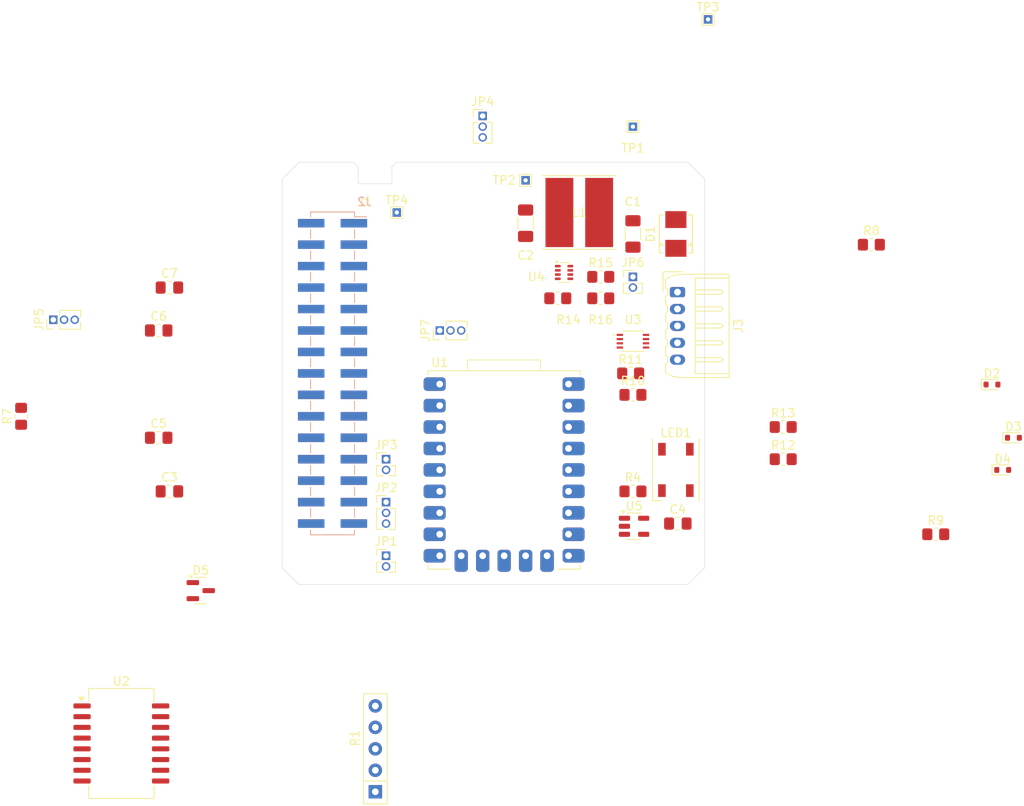
<source format=kicad_pcb>
(kicad_pcb (version 20221018) (generator pcbnew)
  (title_block (title "M5 Stack Wiegand Emulator") (rev "9"))
  (layers (0 "F.Cu" signal) (31 "B.Cu" signal) (34 "B.Paste" user) (35 "F.Paste" user) (36 "B.SilkS" user "B.Silkscreen") (37 "F.SilkS" user "F.Silkscreen") (38 "B.Mask" user) (39 "F.Mask" user) (44 "Edge.Cuts" user))
  (net 0 "")
  (net 1 "GND")
  (net 2 "/ADC1")
  (net 3 "/ADC2")
  (net 4 "/RESET")
  (net 5 "/MOSI")
  (net 6 "/DAC0")
  (net 7 "/MISO")
  (net 8 "/DAC1")
  (net 9 "/SCLK")
  (net 10 "/3V3")
  (net 11 "/RXD1")
  (net 12 "/TXD1")
  (net 13 "/RXD2")
  (net 14 "/TXD2")
  (net 15 "/SDA")
  (net 16 "/SCL")
  (net 17 "/IO6")
  (net 18 "/IO7")
  (net 19 "/IO8")
  (net 20 "/IO9")
  (net 21 "/IO10")
  (net 22 "/IO11")
  (net 23 "/HPWR")
  (net 24 "/ADC0")
  (net 25 "/5VDC")
  (net 26 "/BATTERY")
  (net 27 "/12VDC")
  (net 28 "/DI")
  (net 29 "/DO")
  (net 30 "/LED")
  (net 31 "+5V")
  (net 32 "Net-(LED1-DIN)")
  (net 33 "+3V3")
  (net 34 "Net-(U1-GP13)")
  (net 35 "Net-(U1-GP11)")
  (net 37 "VISO")
  (net 38 "Net-(U2-IND)")
  (net 39 "Net-(U2-OUTC)")
  (net 40 "Net-(U2-OUTB)")
  (net 41 "Net-(U2-OUTA)")
  (net 42 "Net-(U3-2Y)")
  (net 43 "Net-(U3-1Y)")
  (net 44 "Net-(JP7-C)")
  (net 45 "Net-(U4-FB)")
  (net 46 "+VDC")
  (net 47 "Net-(U4-SW)")
  (net 48 "Net-(D1-K)")
  (net 49 "Net-(U4-MODE)")
  (net 50 "Net-(U5-Y)")
  (net 51 "Net-(D5-COM)")
  (net 61 "Net-(JP5-C)")
  (net 62 "Net-(JP4-C)")
  (net 67 "Net-(JP1-B)")
  (net 68 "Net-(R1C-R3.2)")
  (net 69 "Net-(R1D-R4.2)")
  (net 70 "Net-(R1E-R5.2)")
  (net 72 "Net-(D1-A)")
  (footprint "uhppoted:M5 Stack 2mm mounting hole" (layer "F.Cu") (at 132.3 66.9)
    (fp_text reference "REF**" hide)
    (fp_text value "M5 Stack 2mm mounting hole" hide)
    (pad "" np_thru_hole circle (at 0 0) (size 2 2) (drill 2) (layers "F&B.Cu" "*.Mask"))
  )
  (footprint "TestPoint:TestPoint_THTPad_1.0x1.0mm_Drill0.5mm" (layer "F.Cu") (at 139.7 46.99)
    (fp_text reference "TP3" (at 0 -1.448) (layer "F.SilkS"))
    (fp_text value "TestPoint" hide)
    (pad "1" thru_hole rect (at 0 0) (size 1 1) (drill 0.5) (layers "*.Cu" "*.Mask") (net 1 "GND"))
  )
  (footprint "Resistor_THT:R_Array_SIP5" (layer "F.Cu") (at 100.33 138.43 90)
    (fp_text reference "R1" (at 6.35 -2.4 90) (layer "F.SilkS"))
    (fp_text value "10k" hide)
    (pad "1" thru_hole rect (at 0 0 90) (size 1.6 1.6) (drill 0.8) (layers "*.Cu" "*.Mask") (net 33 "+3V3"))
    (pad "2" thru_hole oval (at 2.54 0 90) (size 1.6 1.6) (drill 0.8) (layers "*.Cu" "*.Mask") (net 62 "Net-(JP4-C)"))
    (pad "3" thru_hole oval (at 5.08 0 90) (size 1.6 1.6) (drill 0.8) (layers "*.Cu" "*.Mask") (net 61 "Net-(JP5-C)"))
    (pad "4" thru_hole oval (at 7.62 0 90) (size 1.6 1.6) (drill 0.8) (layers "*.Cu" "*.Mask") (net 68 "Net-(R1C-R3.2)"))
    (pad "5" thru_hole oval (at 10.16 0 90) (size 1.6 1.6) (drill 0.8) (layers "*.Cu" "*.Mask") (net 69 "Net-(R1D-R4.2)"))
  )
  (footprint "Package_SO:SOIC-16W_7.5x12.8mm_P1.27mm" (layer "F.Cu") (at 70.28 132.715)
    (fp_text reference "U2" (at 0 -7.35) (layer "F.SilkS"))
    (fp_text value "ISOW7841" hide)
    (pad "1" smd roundrect (at -4.65 -4.445) (size 2.05 0.6) (layers "F.Cu" "F.Paste" "F.Mask") (net 33 "+3V3"))
    (pad "2" smd roundrect (at -4.65 -3.175) (size 2.05 0.6) (layers "F.Cu" "F.Paste" "F.Mask") (net 1 "GND"))
    (pad "3" smd roundrect (at -4.65 -1.905) (size 2.05 0.6) (layers "F.Cu" "F.Paste" "F.Mask") (net 68 "Net-(R1C-R3.2)"))
    (pad "4" smd roundrect (at -4.65 -0.635) (size 2.05 0.6) (layers "F.Cu" "F.Paste" "F.Mask") (net 69 "Net-(R1D-R4.2)"))
    (pad "5" smd roundrect (at -4.65 0.635) (size 2.05 0.6) (layers "F.Cu" "F.Paste" "F.Mask") (net 34 "Net-(U1-GP13)"))
    (pad "6" smd roundrect (at -4.65 1.905) (size 2.05 0.6) (layers "F.Cu" "F.Paste" "F.Mask") (net 35 "Net-(U1-GP11)"))
    (pad "7" smd roundrect (at -4.65 3.175) (size 2.05 0.6) (layers "F.Cu" "F.Paste" "F.Mask"))
    (pad "8" smd roundrect (at -4.65 4.445) (size 2.05 0.6) (layers "F.Cu" "F.Paste" "F.Mask") (net 1 "GND"))
    (pad "9" smd roundrect (at 4.65 4.445) (size 2.05 0.6) (layers "F.Cu" "F.Paste" "F.Mask") (net 1 "GND"))
    (pad "10" smd roundrect (at 4.65 3.175) (size 2.05 0.6) (layers "F.Cu" "F.Paste" "F.Mask") (net 37 "VISO"))
    (pad "11" smd roundrect (at 4.65 1.905) (size 2.05 0.6) (layers "F.Cu" "F.Paste" "F.Mask") (net 38 "Net-(U2-IND)"))
    (pad "12" smd roundrect (at 4.65 0.635) (size 2.05 0.6) (layers "F.Cu" "F.Paste" "F.Mask") (net 39 "Net-(U2-OUTC)"))
    (pad "13" smd roundrect (at 4.65 -0.635) (size 2.05 0.6) (layers "F.Cu" "F.Paste" "F.Mask") (net 40 "Net-(U2-OUTB)"))
    (pad "14" smd roundrect (at 4.65 -1.905) (size 2.05 0.6) (layers "F.Cu" "F.Paste" "F.Mask") (net 41 "Net-(U2-OUTA)"))
    (pad "15" smd roundrect (at 4.65 -3.175) (size 2.05 0.6) (layers "F.Cu" "F.Paste" "F.Mask") (net 1 "GND"))
    (pad "16" smd roundrect (at 4.65 -4.445) (size 2.05 0.6) (layers "F.Cu" "F.Paste" "F.Mask") (net 37 "VISO"))
  )
  (footprint "uhppoted:M5 Stack 1mm reference hole" (layer "F.Cu") (at 95.25 102.87)
    (fp_text reference "REF**" hide)
    (fp_text value "M5 Stack 1mm reference hole" hide)
    (pad "" np_thru_hole circle (at 0 0) (size 1 1) (drill 1) (layers "F&B.Cu" "*.Mask"))
  )
  (footprint "Resistor_SMD:R_0805_2012Metric_Pad1.20x1.40mm_HandSolder" (layer "F.Cu") (at 130.81 91.44)
    (fp_text reference "R10" (at 0 -1.65) (layer "F.SilkS"))
    (fp_text value "470" hide)
    (pad "1" smd roundrect (at -1 0) (size 1.2 1.4) (layers "F.Cu" "F.Paste" "F.Mask") (roundrect_rratio 0.208333) (net 43 "Net-(U3-1Y)"))
    (pad "2" smd roundrect (at 1 0) (size 1.2 1.4) (layers "F.Cu" "F.Paste" "F.Mask") (roundrect_rratio 0.208333) (net 28 "/DI"))
  )
  (footprint "Connector_PinHeader_1.27mm:PinHeader_1x02_P1.27mm_Vertical" (layer "F.Cu") (at 101.6 110.49)
    (fp_text reference "JP1" (at 0 -1.695) (layer "F.SilkS"))
    (fp_text value "Jumper_2_Bridged" hide)
    (pad "1" thru_hole rect (at 0 0) (size 1 1) (drill 0.65) (layers "*.Cu" "*.Mask") (net 25 "/5VDC"))
    (pad "2" thru_hole oval (at 0 1.27) (size 1 1) (drill 0.65) (layers "*.Cu" "*.Mask") (net 67 "Net-(JP1-B)"))
  )
  (footprint "uhppoted:DIODE_DO-214BA" (layer "F.Cu") (at 135.89 72.39 90)
    (fp_text reference "D1" (at 0 -3 90) (layer "F.SilkS"))
    (fp_text value "GF1A" hide)
    (pad "1" smd rect (at -1.7 0 90) (size 2 2.5) (layers "F.Cu" "F.Paste" "F.Mask") (net 48 "Net-(D1-K)"))
    (pad "2" smd rect (at 1.7 0 90) (size 2 2.5) (layers "F.Cu" "F.Paste" "F.Mask") (net 72 "Net-(D1-A)"))
  )
  (footprint "Resistor_SMD:R_0805_2012Metric_Pad1.20x1.40mm_HandSolder" (layer "F.Cu") (at 130.81 102.87)
    (fp_text reference "R4" (at 0 -1.65) (layer "F.SilkS"))
    (fp_text value "470" hide)
    (pad "1" smd roundrect (at -1 0) (size 1.2 1.4) (layers "F.Cu" "F.Paste" "F.Mask") (roundrect_rratio 0.208333) (net 50 "Net-(U5-Y)"))
    (pad "2" smd roundrect (at 1 0) (size 1.2 1.4) (layers "F.Cu" "F.Paste" "F.Mask") (roundrect_rratio 0.208333) (net 32 "Net-(LED1-DIN)"))
  )
  (footprint "Diode_SMD:D_SOD-523" (layer "F.Cu") (at 175.83 96.52)
    (fp_text reference "D3" (at 0 -1.3) (layer "F.SilkS"))
    (fp_text value "D_TVS" hide)
    (pad "1" smd roundrect (at -0.7 0 180) (size 0.6 0.7) (layers "F.Cu" "F.Paste" "F.Mask") (net 29 "/DO"))
    (pad "2" smd roundrect (at 0.7 0 180) (size 0.6 0.7) (layers "F.Cu" "F.Paste" "F.Mask") (net 1 "GND"))
  )
  (footprint "uhppoted:M5 Stack 3.1mm mounting hole" (layer "F.Cu") (at 92.3 66.9)
    (fp_text reference "REF**" hide)
    (fp_text value "M5 Stack 3.1mm mounting hole" hide)
    (pad "" np_thru_hole circle (at 0 0) (size 3.1 3.1) (drill 3.1) (layers "F&B.Cu" "*.Mask"))
  )
  (footprint "Connector_PinHeader_1.27mm:PinHeader_1x03_P1.27mm_Vertical" (layer "F.Cu") (at 62.23 82.55 90)
    (fp_text reference "JP5" (at 0 -1.695 90) (layer "F.SilkS"))
    (fp_text value "Jumper_3_Bridged12" hide)
    (pad "1" thru_hole rect (at 0 0 90) (size 1 1) (drill 0.65) (layers "*.Cu" "*.Mask") (net 12 "/TXD1"))
    (pad "2" thru_hole oval (at 0 1.27 90) (size 1 1) (drill 0.65) (layers "*.Cu" "*.Mask") (net 61 "Net-(JP5-C)"))
    (pad "3" thru_hole oval (at 0 2.54 90) (size 1 1) (drill 0.65) (layers "*.Cu" "*.Mask") (net 14 "/TXD2"))
  )
  (footprint "uhppoted:M5 Stack 1mm reference hole" (layer "F.Cu") (at 95.25 74.93)
    (fp_text reference "REF**" hide)
    (fp_text value "M5 Stack 1mm reference hole" hide)
    (pad "" np_thru_hole circle (at 0 0) (size 1 1) (drill 1) (layers "F&B.Cu" "*.Mask"))
  )
  (footprint "uhppoted:M5 Stack 3.1mm mounting hole" (layer "F.Cu") (at 136.3 66.9)
    (fp_text reference "REF**" hide)
    (fp_text value "M5 Stack 3.1mm mounting hole" hide)
    (pad "" np_thru_hole circle (at 0 0) (size 3.1 3.1) (drill 3.1) (layers "F&B.Cu" "*.Mask"))
  )
  (footprint "Capacitor_SMD:C_0805_2012Metric_Pad1.18x1.45mm_HandSolder" (layer "F.Cu") (at 75.9675 78.74)
    (fp_text reference "C7" (at 0 -1.68) (layer "F.SilkS"))
    (fp_text value "0.1uF" hide)
    (pad "1" smd roundrect (at -1.0375 0) (size 1.175 1.45) (layers "F.Cu" "F.Paste" "F.Mask") (roundrect_rratio 0.212766) (net 37 "VISO"))
    (pad "2" smd roundrect (at 1.0375 0) (size 1.175 1.45) (layers "F.Cu" "F.Paste" "F.Mask") (roundrect_rratio 0.212766) (net 1 "GND"))
  )
  (footprint "Diode_SMD:D_SOD-523" (layer "F.Cu") (at 173.29 90.22)
    (fp_text reference "D2" (at 0 -1.3) (layer "F.SilkS"))
    (fp_text value "D_TVS" hide)
    (pad "1" smd roundrect (at -0.7 0 180) (size 0.6 0.7) (layers "F.Cu" "F.Paste" "F.Mask") (net 28 "/DI"))
    (pad "2" smd roundrect (at 0.7 0 180) (size 0.6 0.7) (layers "F.Cu" "F.Paste" "F.Mask") (net 1 "GND"))
  )
  (footprint "Capacitor_SMD:C_0805_2012Metric_Pad1.18x1.45mm_HandSolder" (layer "F.Cu") (at 74.6975 96.52)
    (fp_text reference "C5" (at 0 -1.68) (layer "F.SilkS"))
    (fp_text value "0.1uF" hide)
    (pad "1" smd roundrect (at -1.0375 0) (size 1.175 1.45) (layers "F.Cu" "F.Paste" "F.Mask") (roundrect_rratio 0.212766) (net 31 "+5V"))
    (pad "2" smd roundrect (at 1.0375 0) (size 1.175 1.45) (layers "F.Cu" "F.Paste" "F.Mask") (roundrect_rratio 0.212766) (net 1 "GND"))
  )
  (footprint "Capacitor_SMD:C_1206_3216Metric_Pad1.33x1.80mm_HandSolder" (layer "F.Cu") (at 118.11 71.12 -90)
    (fp_text reference "C2" (at 3.81 0 -180) (layer "F.SilkS"))
    (fp_text value "22uF" hide)
    (pad "1" smd roundrect (at -1.5625 0 270) (size 1.325 1.8) (layers "F.Cu" "F.Paste" "F.Mask") (roundrect_rratio 0.188679) (net 46 "+VDC"))
    (pad "2" smd roundrect (at 1.5625 0 270) (size 1.325 1.8) (layers "F.Cu" "F.Paste" "F.Mask") (roundrect_rratio 0.188679) (net 1 "GND"))
  )
  (footprint "TestPoint:TestPoint_THTPad_1.0x1.0mm_Drill0.5mm" (layer "F.Cu") (at 118.11 66.04)
    (fp_text reference "TP2" (at -2.54 0) (layer "F.SilkS"))
    (fp_text value "TestPoint" hide)
    (pad "1" thru_hole rect (at 0 0) (size 1 1) (drill 0.5) (layers "*.Cu" "*.Mask") (net 46 "+VDC"))
  )
  (footprint "uhppoted:M5 Stack 2mm mounting hole" (layer "F.Cu") (at 132.3 110.9)
    (fp_text reference "REF**" hide)
    (fp_text value "M5 Stack 2mm mounting hole" hide)
    (pad "" np_thru_hole circle (at 0 0) (size 2 2) (drill 2) (layers "F&B.Cu" "*.Mask"))
  )
  (footprint "Resistor_SMD:R_0805_2012Metric_Pad1.20x1.40mm_HandSolder" (layer "F.Cu") (at 127 77.47)
    (fp_text reference "R15" (at 0 -1.65) (layer "F.SilkS"))
    (fp_text value "100k" hide)
    (pad "1" smd roundrect (at -1 0) (size 1.2 1.4) (layers "F.Cu" "F.Paste" "F.Mask") (roundrect_rratio 0.208333) (net 49 "Net-(U4-MODE)"))
    (pad "2" smd roundrect (at 1 0) (size 1.2 1.4) (layers "F.Cu" "F.Paste" "F.Mask") (roundrect_rratio 0.208333) (net 1 "GND"))
  )
  (footprint "Resistor_SMD:R_0805_2012Metric_Pad1.20x1.40mm_HandSolder" (layer "F.Cu") (at 127 80.01)
    (fp_text reference "R16" (at 0 2.54) (layer "F.SilkS"))
    (fp_text value "27k" hide)
    (pad "1" smd roundrect (at -1 0) (size 1.2 1.4) (layers "F.Cu" "F.Paste" "F.Mask") (roundrect_rratio 0.208333) (net 48 "Net-(D1-K)"))
    (pad "2" smd roundrect (at 1 0) (size 1.2 1.4) (layers "F.Cu" "F.Paste" "F.Mask") (roundrect_rratio 0.208333) (net 1 "GND"))
  )
  (footprint "Capacitor_SMD:C_0805_2012Metric_Pad1.18x1.45mm_HandSolder" (layer "F.Cu") (at 75.9675 102.87)
    (fp_text reference "C3" (at 0 -1.68) (layer "F.SilkS"))
    (fp_text value "10nF" hide)
    (pad "1" smd roundrect (at -1.0375 0) (size 1.175 1.45) (layers "F.Cu" "F.Paste" "F.Mask") (roundrect_rratio 0.212766) (net 38 "Net-(U2-IND)"))
    (pad "2" smd roundrect (at 1.0375 0) (size 1.175 1.45) (layers "F.Cu" "F.Paste" "F.Mask") (roundrect_rratio 0.212766) (net 1 "GND"))
  )
  (footprint "Resistor_SMD:R_0805_2012Metric_Pad1.20x1.40mm_HandSolder" (layer "F.Cu") (at 159.02 73.66)
    (fp_text reference "R8" (at 0 -1.65) (layer "F.SilkS"))
    (fp_text value "10k" hide)
    (pad "1" smd roundrect (at -1 0) (size 1.2 1.4) (layers "F.Cu" "F.Paste" "F.Mask") (roundrect_rratio 0.208333) (net 38 "Net-(U2-IND)"))
    (pad "2" smd roundrect (at 1 0) (size 1.2 1.4) (layers "F.Cu" "F.Paste" "F.Mask") (roundrect_rratio 0.208333) (net 1 "GND"))
  )
  (footprint "Inductor_SMD:L_TDK_VLP8040" (layer "F.Cu") (at 124.46 69.85)
    (fp_text reference "L1" (at 0 0) (layer "F.SilkS"))
    (fp_text value "2.2uH" hide)
    (pad "1" smd rect (at -2.35 0) (size 3.3 8.2) (layers "F.Cu" "F.Paste" "F.Mask") (net 46 "+VDC"))
    (pad "2" smd rect (at 2.35 0) (size 3.3 8.2) (layers "F.Cu" "F.Paste" "F.Mask") (net 47 "Net-(U4-SW)"))
  )
  (footprint "Package_TO_SOT_SMD:SOT-23-5" (layer "F.Cu") (at 130.9425 107)
    (fp_text reference "U5" (at 0 -2.4) (layer "F.SilkS"))
    (fp_text value "SN74AHCT1G125" hide)
    (pad "1" smd roundrect (at -1.1375 -0.95) (size 1.325 0.6) (layers "F.Cu" "F.Paste" "F.Mask") (net 1 "GND"))
    (pad "2" smd roundrect (at -1.1375 0) (size 1.325 0.6) (layers "F.Cu" "F.Paste" "F.Mask") (net 70 "Net-(R1E-R5.2)"))
    (pad "3" smd roundrect (at -1.1375 0.95) (size 1.325 0.6) (layers "F.Cu" "F.Paste" "F.Mask") (net 1 "GND"))
    (pad "4" smd roundrect (at 1.1375 0.95) (size 1.325 0.6) (layers "F.Cu" "F.Paste" "F.Mask") (net 50 "Net-(U5-Y)"))
    (pad "5" smd roundrect (at 1.1375 -0.95) (size 1.325 0.6) (layers "F.Cu" "F.Paste" "F.Mask") (net 31 "+5V"))
  )
  (footprint "LED_SMD:LED_WS2812B_PLCC4_5.0x5.0mm_P3.2mm" (layer "F.Cu") (at 135.89 100.33 -90)
    (fp_text reference "LED1" (at -3.81 0) (layer "F.SilkS") (effects (justify bottom)))
    (fp_text value "WS2812B" hide)
    (pad "1" smd rect (at -2.45 -1.65 270) (size 1.5 0.9) (layers "F.Cu" "F.Paste" "F.Mask") (net 31 "+5V"))
    (pad "2" smd rect (at -2.45 1.65 270) (size 1.5 0.9) (layers "F.Cu" "F.Paste" "F.Mask"))
    (pad "3" smd rect (at 2.45 1.65 270) (size 1.5 0.9) (layers "F.Cu" "F.Paste" "F.Mask") (net 1 "GND"))
    (pad "4" smd rect (at 2.45 -1.65 270) (size 1.5 0.9) (layers "F.Cu" "F.Paste" "F.Mask") (net 32 "Net-(LED1-DIN)"))
  )
  (footprint "Resistor_SMD:R_0805_2012Metric_Pad1.20x1.40mm_HandSolder" (layer "F.Cu") (at 130.54 88.9)
    (fp_text reference "R11" (at 0 -1.65) (layer "F.SilkS"))
    (fp_text value "470" hide)
    (pad "1" smd roundrect (at -1 0) (size 1.2 1.4) (layers "F.Cu" "F.Paste" "F.Mask") (roundrect_rratio 0.208333) (net 42 "Net-(U3-2Y)"))
    (pad "2" smd roundrect (at 1 0) (size 1.2 1.4) (layers "F.Cu" "F.Paste" "F.Mask") (roundrect_rratio 0.208333) (net 29 "/DO"))
  )
  (footprint "Package_SO:VSSOP-8_2.4x2.1mm_P0.5mm" (layer "F.Cu") (at 130.81 85.09)
    (fp_text reference "U3" (at 0 -2.54) (layer "F.SilkS"))
    (fp_text value "SN74LVC2G126-EP" hide)
    (pad "1" smd rect (at -1.55 -0.75) (size 0.75 0.25) (layers "F.Cu" "F.Paste" "F.Mask") (net 39 "Net-(U2-OUTC)"))
    (pad "2" smd rect (at -1.55 -0.25) (size 0.75 0.25) (layers "F.Cu" "F.Paste" "F.Mask") (net 41 "Net-(U2-OUTA)"))
    (pad "3" smd rect (at -1.55 0.25) (size 0.75 0.25) (layers "F.Cu" "F.Paste" "F.Mask") (net 42 "Net-(U3-2Y)"))
    (pad "4" smd rect (at -1.55 0.75) (size 0.75 0.25) (layers "F.Cu" "F.Paste" "F.Mask") (net 1 "GND"))
    (pad "5" smd rect (at 1.55 0.75) (size 0.75 0.25) (layers "F.Cu" "F.Paste" "F.Mask") (net 40 "Net-(U2-OUTB)"))
    (pad "6" smd rect (at 1.55 0.25) (size 0.75 0.25) (layers "F.Cu" "F.Paste" "F.Mask") (net 43 "Net-(U3-1Y)"))
    (pad "7" smd rect (at 1.55 -0.25) (size 0.75 0.25) (layers "F.Cu" "F.Paste" "F.Mask") (net 39 "Net-(U2-OUTC)"))
    (pad "8" smd rect (at 1.55 -0.75) (size 0.75 0.25) (layers "F.Cu" "F.Paste" "F.Mask") (net 44 "Net-(JP7-C)"))
  )
  (footprint "TestPoint:TestPoint_THTPad_1.0x1.0mm_Drill0.5mm" (layer "F.Cu") (at 102.87 69.85)
    (fp_text reference "TP4" (at 0 -1.448) (layer "F.SilkS"))
    (fp_text value "TestPoint" hide)
    (pad "1" thru_hole rect (at 0 0) (size 1 1) (drill 0.5) (layers "*.Cu" "*.Mask") (net 1 "GND"))
  )
  (footprint "uhppoted:M5 Stack 2mm mounting hole" (layer "F.Cu") (at 96.3 110.9)
    (fp_text reference "REF**" hide)
    (fp_text value "M5 Stack 2mm mounting hole" hide)
    (pad "" np_thru_hole circle (at 0 0) (size 2 2) (drill 2) (layers "F&B.Cu" "*.Mask"))
  )
  (footprint "Connector_PinHeader_1.27mm:PinHeader_1x03_P1.27mm_Vertical" (layer "F.Cu") (at 113.03 58.42)
    (fp_text reference "JP4" (at 0 -1.695) (layer "F.SilkS"))
    (fp_text value "Jumper_3_Bridged12" hide)
    (pad "1" thru_hole rect (at 0 0) (size 1 1) (drill 0.65) (layers "*.Cu" "*.Mask") (net 11 "/RXD1"))
    (pad "2" thru_hole oval (at 0 1.27) (size 1 1) (drill 0.65) (layers "*.Cu" "*.Mask") (net 62 "Net-(JP4-C)"))
    (pad "3" thru_hole oval (at 0 2.54) (size 1 1) (drill 0.65) (layers "*.Cu" "*.Mask") (net 13 "/RXD2"))
  )
  (footprint "Capacitor_SMD:C_0805_2012Metric_Pad1.18x1.45mm_HandSolder" (layer "F.Cu") (at 136.1225 106.68)
    (fp_text reference "C4" (at 0 -1.68) (layer "F.SilkS"))
    (fp_text value "0.1uF" hide)
    (pad "1" smd roundrect (at -1.0375 0) (size 1.175 1.45) (layers "F.Cu" "F.Paste" "F.Mask") (roundrect_rratio 0.212766) (net 31 "+5V"))
    (pad "2" smd roundrect (at 1.0375 0) (size 1.175 1.45) (layers "F.Cu" "F.Paste" "F.Mask") (roundrect_rratio 0.212766) (net 1 "GND"))
  )
  (footprint "Connector_PinHeader_1.27mm:PinHeader_1x03_P1.27mm_Vertical" (layer "F.Cu") (at 107.95 83.82 90)
    (fp_text reference "JP7" (at 0 -1.695 90) (layer "F.SilkS"))
    (fp_text value "Jumper_3_Bridged12" hide)
    (pad "1" thru_hole rect (at 0 0 90) (size 1 1) (drill 0.65) (layers "*.Cu" "*.Mask") (net 37 "VISO"))
    (pad "2" thru_hole oval (at 0 1.27 90) (size 1 1) (drill 0.65) (layers "*.Cu" "*.Mask") (net 44 "Net-(JP7-C)"))
    (pad "3" thru_hole oval (at 0 2.54 90) (size 1 1) (drill 0.65) (layers "*.Cu" "*.Mask") (net 46 "+VDC"))
  )
  (footprint "TestPoint:TestPoint_THTPad_1.0x1.0mm_Drill0.5mm" (layer "F.Cu") (at 130.81 59.69)
    (fp_text reference "TP1" (at 0 2.54) (layer "F.SilkS"))
    (fp_text value "TestPoint" hide)
    (pad "1" thru_hole rect (at 0 0) (size 1 1) (drill 0.5) (layers "*.Cu" "*.Mask") (net 48 "Net-(D1-K)"))
  )
  (footprint "uhppoted:M5 Stack 1.1mm reference hole" (layer "F.Cu") (at 95.25 72.39)
    (fp_text reference "REF**" hide)
    (fp_text value "M5 Stack 1.1mm reference hole" hide)
    (pad "" np_thru_hole circle (at 0 0) (size 1.1 1.1) (drill 1.1) (layers "F&B.Cu" "*.Mask"))
  )
  (footprint "Resistor_SMD:R_0805_2012Metric_Pad1.20x1.40mm_HandSolder" (layer "F.Cu") (at 121.92 80.01)
    (fp_text reference "R14" (at 1.27 2.54) (layer "F.SilkS"))
    (fp_text value "100k" hide)
    (pad "1" smd roundrect (at -1 0) (size 1.2 1.4) (layers "F.Cu" "F.Paste" "F.Mask") (roundrect_rratio 0.208333) (net 45 "Net-(U4-FB)"))
    (pad "2" smd roundrect (at 1 0) (size 1.2 1.4) (layers "F.Cu" "F.Paste" "F.Mask") (roundrect_rratio 0.208333) (net 1 "GND"))
  )
  (footprint "Resistor_SMD:R_0805_2012Metric_Pad1.20x1.40mm_HandSolder" (layer "F.Cu") (at 148.59 95.25)
    (fp_text reference "R13" (at 0 -1.65) (layer "F.SilkS"))
    (fp_text value "10" hide)
    (pad "1" smd roundrect (at -1 0) (size 1.2 1.4) (layers "F.Cu" "F.Paste" "F.Mask") (roundrect_rratio 0.208333) (net 51 "Net-(D5-COM)"))
    (pad "2" smd roundrect (at 1 0) (size 1.2 1.4) (layers "F.Cu" "F.Paste" "F.Mask") (roundrect_rratio 0.208333) (net 30 "/LED"))
  )
  (footprint "uhppoted:M5 Stack 3.1mm mounting hole" (layer "F.Cu") (at 136.3 110.9)
    (fp_text reference "REF**" hide)
    (fp_text value "M5 Stack 3.1mm mounting hole" hide)
    (pad "" np_thru_hole circle (at 0 0) (size 3.1 3.1) (drill 3.1) (layers "F&B.Cu" "*.Mask"))
  )
  (footprint "Connector_PinHeader_1.27mm:PinHeader_1x03_P1.27mm_Vertical" (layer "F.Cu") (at 101.6 104.14)
    (fp_text reference "JP2" (at 0 -1.695) (layer "F.SilkS"))
    (fp_text value "Jumper_3_Bridged12" hide)
    (pad "1" thru_hole rect (at 0 0) (size 1 1) (drill 0.65) (layers "*.Cu" "*.Mask") (net 67 "Net-(JP1-B)"))
    (pad "2" thru_hole oval (at 0 1.27) (size 1 1) (drill 0.65) (layers "*.Cu" "*.Mask") (net 31 "+5V"))
    (pad "3" thru_hole oval (at 0 2.54) (size 1 1) (drill 0.65) (layers "*.Cu" "*.Mask") (net 46 "+VDC"))
  )
  (footprint "Resistor_SMD:R_0805_2012Metric_Pad1.20x1.40mm_HandSolder" (layer "F.Cu") (at 58.42 93.98 90)
    (fp_text reference "R7" (at 0 -1.65 90) (layer "F.SilkS"))
    (fp_text value "10k" hide)
    (pad "1" smd roundrect (at -1 0 90) (size 1.2 1.4) (layers "F.Cu" "F.Paste" "F.Mask") (roundrect_rratio 0.208333) (net 34 "Net-(U1-GP13)"))
    (pad "2" smd roundrect (at 1 0 90) (size 1.2 1.4) (layers "F.Cu" "F.Paste" "F.Mask") (roundrect_rratio 0.208333) (net 1 "GND"))
  )
  (footprint "uhppoted:RP2040-TINY" (layer "F.Cu") (at 115.57 100.33)
    (fp_text reference "U1" (at -7.62 -12.7 unlocked) (layer "F.SilkS"))
    (fp_text value "RP2040" hide)
    (pad "1" thru_hole roundrect (at -7.62 -10.16) (size 2.6 1.6002) (drill 0.8 (offset -0.6 0)) (layers "*.Cu" "*.Mask") (net 31 "+5V"))
    (pad "2" thru_hole roundrect (at -7.62 -7.62) (size 2.6 1.6002) (drill 0.8 (offset -0.6 0)) (layers "*.Cu" "*.Mask") (net 1 "GND"))
    (pad "3" thru_hole roundrect (at -7.62 -5.08) (size 2.6 1.6002) (drill 0.8 (offset -0.6 0)) (layers "*.Cu" "*.Mask") (net 33 "+3V3"))
    (pad "4" thru_hole roundrect (at -7.62 -2.54) (size 2.6 1.6002) (drill 0.8 (offset -0.6 0)) (layers "*.Cu" "*.Mask"))
    (pad "5" thru_hole roundrect (at -7.62 0) (size 2.6 1.6002) (drill 0.8 (offset -0.6 0)) (layers "*.Cu" "*.Mask"))
    (pad "6" thru_hole roundrect (at -7.62 2.54) (size 2.6 1.6002) (drill 0.8 (offset -0.6 0)) (layers "*.Cu" "*.Mask"))
    (pad "7" thru_hole roundrect (at -7.62 5.08) (size 2.6 1.6002) (drill 0.8 (offset -0.6 0)) (layers "*.Cu" "*.Mask"))
    (pad "8" thru_hole roundrect (at -7.62 7.62) (size 2.6 1.6002) (drill 0.8 (offset -0.6 0)) (layers "*.Cu" "*.Mask") (net 68 "Net-(R1C-R3.2)"))
    (pad "9" thru_hole roundrect (at -7.62 10.16) (size 2.6 1.6002) (drill 0.8 (offset -0.6 0)) (layers "*.Cu" "*.Mask") (net 69 "Net-(R1D-R4.2)"))
    (pad "10" thru_hole roundrect (at -5.08 10.16) (size 1.5748 2.6) (drill 0.8 (offset 0 0.6)) (layers "*.Cu" "*.Mask") (net 34 "Net-(U1-GP13)"))
    (pad "11" thru_hole roundrect (at -2.54 10.16) (size 1.5748 2.6) (drill 0.8 (offset 0 0.6)) (layers "*.Cu" "*.Mask"))
    (pad "12" thru_hole roundrect (at 0 10.16) (size 1.5748 2.6) (drill 0.8 (offset 0 0.6)) (layers "*.Cu" "*.Mask") (net 35 "Net-(U1-GP11)"))
    (pad "13" thru_hole roundrect (at 2.54 10.16) (size 1.5748 2.6) (drill 0.8 (offset 0 0.6)) (layers "*.Cu" "*.Mask"))
    (pad "14" thru_hole roundrect (at 5.08 10.16) (size 1.6 2.6) (drill 0.8 (offset 0 0.6)) (layers "*.Cu" "*.Mask") (net 70 "Net-(R1E-R5.2)"))
    (pad "15" thru_hole roundrect (at 7.62 10.16) (size 2.6 1.6002) (drill 0.8 (offset 0.6 0)) (layers "*.Cu" "*.Mask"))
    (pad "16" thru_hole roundrect (at 7.62 7.62) (size 2.6 1.6002) (drill 0.8 (offset 0.6 0)) (layers "*.Cu" "*.Mask"))
    (pad "17" thru_hole roundrect (at 7.62 5.08) (size 2.6 1.6002) (drill 0.8 (offset 0.6 0)) (layers "*.Cu" "*.Mask"))
    (pad "18" thru_hole roundrect (at 7.62 2.54) (size 2.6 1.6002) (drill 0.8 (offset 0.6 0)) (layers "*.Cu" "*.Mask") (net 61 "Net-(JP5-C)"))
    (pad "19" thru_hole roundrect (at 7.62 0) (size 2.6 1.6) (drill 0.8 (offset 0.6 0)) (layers "*.Cu" "*.Mask") (net 62 "Net-(JP4-C)"))
    (pad "20" thru_hole roundrect (at 7.62 -2.54) (size 2.6 1.6) (drill 0.8 (offset 0.6 0)) (layers "*.Cu" "*.Mask"))
    (pad "21" thru_hole roundrect (at 7.62 -5.08) (size 2.6 1.6) (drill 0.8 (offset 0.6 0)) (layers "*.Cu" "*.Mask"))
    (pad "22" thru_hole roundrect (at 7.62 -7.62) (size 2.6 1.6) (drill 0.8 (offset 0.6 0)) (layers "*.Cu" "*.Mask"))
    (pad "23" thru_hole roundrect (at 7.62 -10.16) (size 2.6 1.6) (drill 0.8 (offset 0.6 0)) (layers "*.Cu" "*.Mask"))
  )
  (footprint "Package_TO_SOT_SMD:SOT-23" (layer "F.Cu") (at 79.6775 114.62)
    (fp_text reference "D5" (at 0 -2.4) (layer "F.SilkS"))
    (fp_text value "BAT54S" hide)
    (pad "1" smd roundrect (at -0.9375 -0.95) (size 1.475 0.6) (layers "F.Cu" "F.Paste" "F.Mask") (net 1 "GND"))
    (pad "2" smd roundrect (at -0.9375 0.95) (size 1.475 0.6) (layers "F.Cu" "F.Paste" "F.Mask") (net 37 "VISO"))
    (pad "3" smd roundrect (at 0.9375 0) (size 1.475 0.6) (layers "F.Cu" "F.Paste" "F.Mask") (net 51 "Net-(D5-COM)"))
  )
  (footprint "Resistor_SMD:R_0805_2012Metric_Pad1.20x1.40mm_HandSolder" (layer "F.Cu") (at 148.59 99.06)
    (fp_text reference "R12" (at 0 -1.65) (layer "F.SilkS"))
    (fp_text value "470" hide)
    (pad "1" smd roundrect (at -1 0) (size 1.2 1.4) (layers "F.Cu" "F.Paste" "F.Mask") (roundrect_rratio 0.208333) (net 38 "Net-(U2-IND)"))
    (pad "2" smd roundrect (at 1 0) (size 1.2 1.4) (layers "F.Cu" "F.Paste" "F.Mask") (roundrect_rratio 0.208333) (net 51 "Net-(D5-COM)"))
  )
  (footprint "Connector_PinHeader_1.27mm:PinHeader_1x02_P1.27mm_Vertical" (layer "F.Cu") (at 130.81 77.47)
    (fp_text reference "JP6" (at 0 -1.695) (layer "F.SilkS"))
    (fp_text value "Jumper_2_Bridged" hide)
    (pad "1" thru_hole rect (at 0 0) (size 1 1) (drill 0.65) (layers "*.Cu" "*.Mask") (net 27 "/12VDC"))
    (pad "2" thru_hole oval (at 0 1.27) (size 1 1) (drill 0.65) (layers "*.Cu" "*.Mask") (net 72 "Net-(D1-A)"))
  )
  (footprint "Diode_SMD:D_SOD-523" (layer "F.Cu") (at 174.56 100.33)
    (fp_text reference "D4" (at 0 -1.3) (layer "F.SilkS"))
    (fp_text value "D_TVS" hide)
    (pad "1" smd roundrect (at -0.7 0 180) (size 0.6 0.7) (layers "F.Cu" "F.Paste" "F.Mask") (net 30 "/LED"))
    (pad "2" smd roundrect (at 0.7 0 180) (size 0.6 0.7) (layers "F.Cu" "F.Paste" "F.Mask") (net 1 "GND"))
  )
  (footprint "Connector_PinSocket_2.54mm:PinSocket_2x15_P2.54mm_Vertical_SMD" (layer "F.Cu") (at 95.27 88.9)
    (fp_text reference "J1" (at 3.81 -20.32) (layer "F.SilkS"))
    (fp_text value "2x15 socket header" hide)
    (pad "1" smd rect (at 2.52 -17.78) (size 3 1) (layers "F.Cu" "F.Paste" "F.Mask") (net 2 "/ADC1"))
    (pad "2" smd rect (at -2.52 -17.78) (size 3 1) (layers "F.Cu" "F.Paste" "F.Mask") (net 1 "GND"))
    (pad "3" smd rect (at 2.52 -15.24) (size 3 1) (layers "F.Cu" "F.Paste" "F.Mask") (net 3 "/ADC2"))
    (pad "4" smd rect (at -2.52 -15.24) (size 3 1) (layers "F.Cu" "F.Paste" "F.Mask") (net 1 "GND"))
    (pad "5" smd rect (at 2.52 -12.7) (size 3 1) (layers "F.Cu" "F.Paste" "F.Mask") (net 4 "/RESET"))
    (pad "6" smd rect (at -2.52 -12.7) (size 3 1) (layers "F.Cu" "F.Paste" "F.Mask") (net 1 "GND"))
    (pad "7" smd rect (at 2.52 -10.16) (size 3 1) (layers "F.Cu" "F.Paste" "F.Mask") (net 6 "/DAC0"))
    (pad "8" smd rect (at -2.52 -10.16) (size 3 1) (layers "F.Cu" "F.Paste" "F.Mask") (net 5 "/MOSI"))
    (pad "9" smd rect (at 2.52 -7.62) (size 3 1) (layers "F.Cu" "F.Paste" "F.Mask") (net 8 "/DAC1"))
    (pad "10" smd rect (at -2.52 -7.62) (size 3 1) (layers "F.Cu" "F.Paste" "F.Mask") (net 7 "/MISO"))
    (pad "11" smd rect (at 2.52 -5.08) (size 3 1) (layers "F.Cu" "F.Paste" "F.Mask") (net 10 "/3V3"))
    (pad "12" smd rect (at -2.52 -5.08) (size 3 1) (layers "F.Cu" "F.Paste" "F.Mask") (net 9 "/SCLK"))
    (pad "13" smd rect (at 2.52 -2.54) (size 3 1) (layers "F.Cu" "F.Paste" "F.Mask") (net 12 "/TXD1"))
    (pad "14" smd rect (at -2.52 -2.54) (size 3 1) (layers "F.Cu" "F.Paste" "F.Mask") (net 11 "/RXD1"))
    (pad "15" smd rect (at 2.52 0) (size 3 1) (layers "F.Cu" "F.Paste" "F.Mask") (net 14 "/TXD2"))
    (pad "16" smd rect (at -2.52 0) (size 3 1) (layers "F.Cu" "F.Paste" "F.Mask") (net 13 "/RXD2"))
    (pad "17" smd rect (at 2.52 2.54) (size 3 1) (layers "F.Cu" "F.Paste" "F.Mask") (net 16 "/SCL"))
    (pad "18" smd rect (at -2.52 2.54) (size 3 1) (layers "F.Cu" "F.Paste" "F.Mask") (net 15 "/SDA"))
    (pad "19" smd rect (at 2.52 5.08) (size 3 1) (layers "F.Cu" "F.Paste" "F.Mask") (net 18 "/IO7"))
    (pad "20" smd rect (at -2.52 5.08) (size 3 1) (layers "F.Cu" "F.Paste" "F.Mask") (net 17 "/IO6"))
    (pad "21" smd rect (at 2.52 7.62) (size 3 1) (layers "F.Cu" "F.Paste" "F.Mask") (net 20 "/IO9"))
    (pad "22" smd rect (at -2.52 7.62) (size 3 1) (layers "F.Cu" "F.Paste" "F.Mask") (net 19 "/IO8"))
    (pad "23" smd rect (at 2.52 10.16) (size 3 1) (layers "F.Cu" "F.Paste" "F.Mask") (net 22 "/IO11"))
    (pad "24" smd rect (at -2.52 10.16) (size 3 1) (layers "F.Cu" "F.Paste" "F.Mask") (net 21 "/IO10"))
    (pad "25" smd rect (at 2.52 12.7) (size 3 1) (layers "F.Cu" "F.Paste" "F.Mask") (net 24 "/ADC0"))
    (pad "26" smd rect (at -2.52 12.7) (size 3 1) (layers "F.Cu" "F.Paste" "F.Mask") (net 23 "/HPWR"))
    (pad "27" smd rect (at 2.52 15.24) (size 3 1) (layers "F.Cu" "F.Paste" "F.Mask") (net 25 "/5VDC"))
    (pad "28" smd rect (at -2.52 15.24) (size 3 1) (layers "F.Cu" "F.Paste" "F.Mask") (net 23 "/HPWR"))
    (pad "29" smd rect (at 2.52 17.78) (size 3 1) (layers "F.Cu" "F.Paste" "F.Mask") (net 26 "/BATTERY"))
    (pad "30" smd rect (at -2.52 17.78) (size 3 1) (layers "F.Cu" "F.Paste" "F.Mask") (net 23 "/HPWR"))
  )
  (footprint "uhppoted:M5 Stack 3.1mm mounting hole" (layer "F.Cu") (at 92.3 110.9)
    (fp_text reference "REF**" hide)
    (fp_text value "M5 Stack 3.1mm mounting hole" hide)
    (pad "" np_thru_hole circle (at 0 0) (size 3.1 3.1) (drill 3.1) (layers "F&B.Cu" "*.Mask"))
  )
  (footprint "Capacitor_SMD:C_0805_2012Metric_Pad1.18x1.45mm_HandSolder" (layer "F.Cu") (at 74.6975 83.82)
    (fp_text reference "C6" (at 0 -1.68) (layer "F.SilkS"))
    (fp_text value "0.1uF" hide)
    (pad "1" smd roundrect (at -1.0375 0) (size 1.175 1.45) (layers "F.Cu" "F.Paste" "F.Mask") (roundrect_rratio 0.212766) (net 37 "VISO"))
    (pad "2" smd roundrect (at 1.0375 0) (size 1.175 1.45) (layers "F.Cu" "F.Paste" "F.Mask") (roundrect_rratio 0.212766) (net 1 "GND"))
  )
  (footprint "Package_TO_SOT_SMD:SOT-583-8" (layer "F.Cu") (at 122.66 76.95)
    (fp_text reference "U4" (at -3.28 0.52 unlocked) (layer "F.SilkS"))
    (fp_text value "TPS62906DRL" hide)
    (pad "1" smd roundrect (at -0.74 -0.75) (size 0.67 0.3) (layers "F.Cu" "F.Paste" "F.Mask") (roundrect_rratio 0.1666666667) (net 45 "Net-(U4-FB)"))
    (pad "2" smd roundrect (at -0.74 -0.25) (size 0.67 0.3) (layers "F.Cu" "F.Paste" "F.Mask") (roundrect_rratio 0.1666666667) (net 1 "GND"))
    (pad "3" smd roundrect (at -0.74 0.25) (size 0.67 0.3) (layers "F.Cu" "F.Paste" "F.Mask") (roundrect_rratio 0.1666666667) (net 46 "+VDC"))
    (pad "4" smd roundrect (at -0.74 0.75) (size 0.67 0.3) (layers "F.Cu" "F.Paste" "F.Mask") (roundrect_rratio 0.1666666667) (net 47 "Net-(U4-SW)"))
    (pad "5" smd roundrect (at 0.74 0.75) (size 0.67 0.3) (layers "F.Cu" "F.Paste" "F.Mask") (roundrect_rratio 0.1666666667) (net 1 "GND"))
    (pad "6" smd roundrect (at 0.74 0.25) (size 0.67 0.3) (layers "F.Cu" "F.Paste" "F.Mask") (roundrect_rratio 0.1666666667) (net 48 "Net-(D1-K)"))
    (pad "7" smd roundrect (at 0.74 -0.25) (size 0.67 0.3) (layers "F.Cu" "F.Paste" "F.Mask") (roundrect_rratio 0.1666666667) (net 48 "Net-(D1-K)"))
    (pad "8" smd roundrect (at 0.74 -0.75) (size 0.67 0.3) (layers "F.Cu" "F.Paste" "F.Mask") (roundrect_rratio 0.1666666667) (net 49 "Net-(U4-MODE)"))
  )
  (footprint "Connector_PinHeader_1.27mm:PinHeader_1x02_P1.27mm_Vertical" (layer "F.Cu") (at 101.6 99.06)
    (fp_text reference "JP3" (at 0 -1.695) (layer "F.SilkS"))
    (fp_text value "Jumper_2_Bridged" hide)
    (pad "1" thru_hole rect (at 0 0) (size 1 1) (drill 0.65) (layers "*.Cu" "*.Mask") (net 1 "GND"))
    (pad "2" thru_hole oval (at 0 1.27) (size 1 1) (drill 0.65) (layers "*.Cu" "*.Mask") (net 1 "GND"))
  )
  (footprint "Resistor_SMD:R_0805_2012Metric_Pad1.20x1.40mm_HandSolder" (layer "F.Cu") (at 166.64 107.95)
    (fp_text reference "R9" (at 0 -1.65) (layer "F.SilkS"))
    (fp_text value "10k" hide)
    (pad "1" smd roundrect (at -1 0) (size 1.2 1.4) (layers "F.Cu" "F.Paste" "F.Mask") (roundrect_rratio 0.208333) (net 39 "Net-(U2-OUTC)"))
    (pad "2" smd roundrect (at 1 0) (size 1.2 1.4) (layers "F.Cu" "F.Paste" "F.Mask") (roundrect_rratio 0.208333) (net 1 "GND"))
  )
  (footprint "Connector_Molex:Molex_Micro-Latch_53254-0570_1x05_P2.00mm_Horizontal" (layer "F.Cu") (at 136.08 79.28 -90)
    (fp_text reference "J3" (at 4 -7.2 90) (layer "F.SilkS"))
    (fp_text value "1x5 female" hide)
    (pad "1" thru_hole roundrect (at 0 0 270) (size 1.2 1.8) (drill 0.8) (layers "*.Cu" "*.Mask") (roundrect_rratio 0.208333) (net 27 "/12VDC"))
    (pad "2" thru_hole oval (at 2 0 270) (size 1.2 1.8) (drill 0.8) (layers "*.Cu" "*.Mask") (net 1 "GND"))
    (pad "3" thru_hole oval (at 4 0 270) (size 1.2 1.8) (drill 0.8) (layers "*.Cu" "*.Mask") (net 28 "/DI"))
    (pad "4" thru_hole oval (at 6 0 270) (size 1.2 1.8) (drill 0.8) (layers "*.Cu" "*.Mask") (net 29 "/DO"))
    (pad "5" thru_hole oval (at 8 0 270) (size 1.2 1.8) (drill 0.8) (layers "*.Cu" "*.Mask") (net 30 "/LED"))
  )
  (footprint "Capacitor_SMD:C_1206_3216Metric_Pad1.33x1.80mm_HandSolder" (layer "F.Cu") (at 130.81 72.39 -90)
    (fp_text reference "C1" (at -3.81 0 -180) (layer "F.SilkS"))
    (fp_text value "10uF" hide)
    (pad "1" smd roundrect (at -1.5625 0 270) (size 1.325 1.8) (layers "F.Cu" "F.Paste" "F.Mask") (roundrect_rratio 0.188679) (net 48 "Net-(D1-K)"))
    (pad "2" smd roundrect (at 1.5625 0 270) (size 1.325 1.8) (layers "F.Cu" "F.Paste" "F.Mask") (roundrect_rratio 0.188679) (net 1 "GND"))
  )
  (footprint "uhppoted:M5 Stack 2mm mounting hole" (layer "F.Cu") (at 96.3 66.9)
    (fp_text reference "REF**" hide)
    (fp_text value "M5 Stack 2mm mounting hole" hide)
    (pad "" np_thru_hole circle (at 0 0) (size 2 2) (drill 2) (layers "F&B.Cu" "*.Mask"))
  )
  (footprint "Connector_PinHeader_2.54mm:PinHeader_2x15_P2.54mm_Vertical_SMD" (layer "B.Cu") (at 95.265 88.9 180)
    (fp_text reference "J2" (at -3.795 20.32) (layer "B.SilkS") (effects (justify mirror)))
    (fp_text value "2x15 pin header" hide)
    (pad "1" smd rect (at -2.525 17.78 180) (size 3.15 1) (layers "B.Cu" "B.Paste" "B.Mask") (net 2 "/ADC1"))
    (pad "2" smd rect (at 2.525 17.78 180) (size 3.15 1) (layers "B.Cu" "B.Paste" "B.Mask") (net 1 "GND"))
    (pad "3" smd rect (at -2.525 15.24 180) (size 3.15 1) (layers "B.Cu" "B.Paste" "B.Mask") (net 3 "/ADC2"))
    (pad "4" smd rect (at 2.525 15.24 180) (size 3.15 1) (layers "B.Cu" "B.Paste" "B.Mask") (net 1 "GND"))
    (pad "5" smd rect (at -2.525 12.7 180) (size 3.15 1) (layers "B.Cu" "B.Paste" "B.Mask") (net 4 "/RESET"))
    (pad "6" smd rect (at 2.525 12.7 180) (size 3.15 1) (layers "B.Cu" "B.Paste" "B.Mask") (net 1 "GND"))
    (pad "7" smd rect (at -2.525 10.16 180) (size 3.15 1) (layers "B.Cu" "B.Paste" "B.Mask") (net 6 "/DAC0"))
    (pad "8" smd rect (at 2.525 10.16 180) (size 3.15 1) (layers "B.Cu" "B.Paste" "B.Mask") (net 5 "/MOSI"))
    (pad "9" smd rect (at -2.525 7.62 180) (size 3.15 1) (layers "B.Cu" "B.Paste" "B.Mask") (net 8 "/DAC1"))
    (pad "10" smd rect (at 2.525 7.62 180) (size 3.15 1) (layers "B.Cu" "B.Paste" "B.Mask") (net 7 "/MISO"))
    (pad "11" smd rect (at -2.525 5.08 180) (size 3.15 1) (layers "B.Cu" "B.Paste" "B.Mask") (net 10 "/3V3"))
    (pad "12" smd rect (at 2.525 5.08 180) (size 3.15 1) (layers "B.Cu" "B.Paste" "B.Mask") (net 9 "/SCLK"))
    (pad "13" smd rect (at -2.525 2.54 180) (size 3.15 1) (layers "B.Cu" "B.Paste" "B.Mask") (net 12 "/TXD1"))
    (pad "14" smd rect (at 2.525 2.54 180) (size 3.15 1) (layers "B.Cu" "B.Paste" "B.Mask") (net 11 "/RXD1"))
    (pad "15" smd rect (at -2.525 0 180) (size 3.15 1) (layers "B.Cu" "B.Paste" "B.Mask") (net 14 "/TXD2"))
    (pad "16" smd rect (at 2.525 0 180) (size 3.15 1) (layers "B.Cu" "B.Paste" "B.Mask") (net 13 "/RXD2"))
    (pad "17" smd rect (at -2.525 -2.54 180) (size 3.15 1) (layers "B.Cu" "B.Paste" "B.Mask") (net 16 "/SCL"))
    (pad "18" smd rect (at 2.525 -2.54 180) (size 3.15 1) (layers "B.Cu" "B.Paste" "B.Mask") (net 15 "/SDA"))
    (pad "19" smd rect (at -2.525 -5.08 180) (size 3.15 1) (layers "B.Cu" "B.Paste" "B.Mask") (net 18 "/IO7"))
    (pad "20" smd rect (at 2.525 -5.08 180) (size 3.15 1) (layers "B.Cu" "B.Paste" "B.Mask") (net 17 "/IO6"))
    (pad "21" smd rect (at -2.525 -7.62 180) (size 3.15 1) (layers "B.Cu" "B.Paste" "B.Mask") (net 20 "/IO9"))
    (pad "22" smd rect (at 2.525 -7.62 180) (size 3.15 1) (layers "B.Cu" "B.Paste" "B.Mask") (net 19 "/IO8"))
    (pad "23" smd rect (at -2.525 -10.16 180) (size 3.15 1) (layers "B.Cu" "B.Paste" "B.Mask") (net 22 "/IO11"))
    (pad "24" smd rect (at 2.525 -10.16 180) (size 3.15 1) (layers "B.Cu" "B.Paste" "B.Mask") (net 21 "/IO10"))
    (pad "25" smd rect (at -2.525 -12.7 180) (size 3.15 1) (layers "B.Cu" "B.Paste" "B.Mask") (net 24 "/ADC0"))
    (pad "26" smd rect (at 2.525 -12.7 180) (size 3.15 1) (layers "B.Cu" "B.Paste" "B.Mask") (net 23 "/HPWR"))
    (pad "27" smd rect (at -2.525 -15.24 180) (size 3.15 1) (layers "B.Cu" "B.Paste" "B.Mask") (net 25 "/5VDC"))
    (pad "28" smd rect (at 2.525 -15.24 180) (size 3.15 1) (layers "B.Cu" "B.Paste" "B.Mask") (net 23 "/HPWR"))
    (pad "29" smd rect (at -2.525 -17.78 180) (size 3.15 1) (layers "B.Cu" "B.Paste" "B.Mask") (net 26 "/BATTERY"))
    (pad "30" smd rect (at 2.525 -17.78 180) (size 3.15 1) (layers "B.Cu" "B.Paste" "B.Mask") (net 23 "/HPWR"))
  )
  (gr_line (start 102.3 66.45) (end 102.3 64.45) (stroke (width 0.05)) (layer "Edge.Cuts"))
  (gr_line (start 97.75 63.9) (end 98.3 64.45) (stroke (width 0.05)) (layer "Edge.Cuts"))
  (gr_line (start 137.3 113.9) (end 91.3 113.9) (stroke (width 0.05)) (layer "Edge.Cuts"))
  (gr_line (start 91.3 113.9) (end 89.3 111.9) (stroke (width 0.05)) (layer "Edge.Cuts"))
  (gr_line (start 98.3 66.45) (end 102.3 66.45) (stroke (width 0.05)) (layer "Edge.Cuts"))
  (gr_line (start 139.3 111.9) (end 137.3 113.9) (stroke (width 0.05)) (layer "Edge.Cuts"))
  (gr_line (start 98.3 66.45) (end 98.3 64.45) (stroke (width 0.05)) (layer "Edge.Cuts"))
  (gr_line (start 139.3 65.9) (end 139.3 111.9) (stroke (width 0.05)) (layer "Edge.Cuts"))
  (gr_line (start 91.3 63.9) (end 97.75 63.9) (stroke (width 0.05)) (layer "Edge.Cuts"))
  (gr_line (start 89.3 65.9) (end 89.3 111.9) (stroke (width 0.05)) (layer "Edge.Cuts"))
  (gr_line (start 102.85 63.9) (end 102.3 64.45) (stroke (width 0.05)) (layer "Edge.Cuts"))
  (gr_line (start 102.85 63.9) (end 137.3 63.9) (stroke (width 0.05)) (layer "Edge.Cuts"))
  (gr_line (start 137.3 63.9) (end 139.3 65.9) (stroke (width 0.05)) (layer "Edge.Cuts"))
  (gr_line (start 89.3 65.9) (end 91.3 63.9) (stroke (width 0.05)) (layer "Edge.Cuts"))
)
</source>
